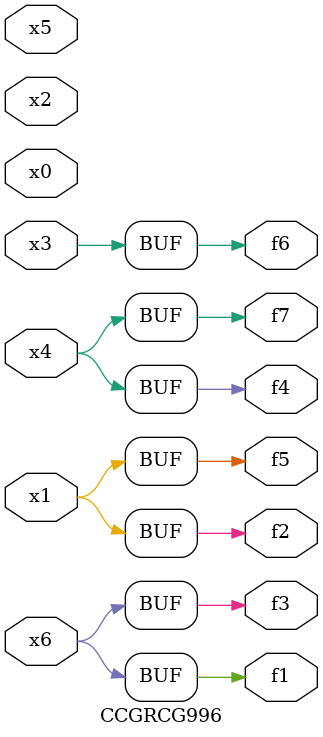
<source format=v>
module CCGRCG996(
	input x0, x1, x2, x3, x4, x5, x6,
	output f1, f2, f3, f4, f5, f6, f7
);
	assign f1 = x6;
	assign f2 = x1;
	assign f3 = x6;
	assign f4 = x4;
	assign f5 = x1;
	assign f6 = x3;
	assign f7 = x4;
endmodule

</source>
